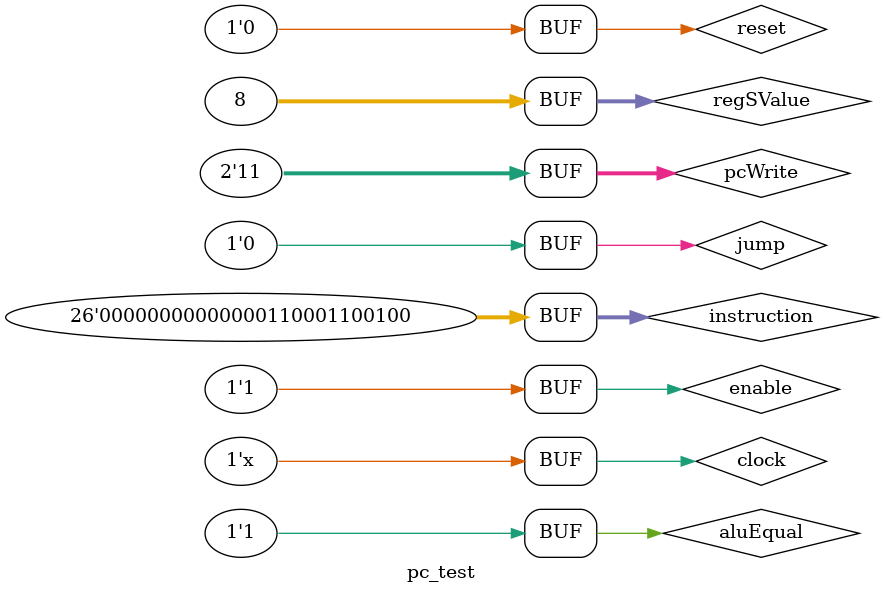
<source format=v>
`timescale 1ns / 1ps


module pc_test();
    reg [31: 0] regSValue=0;
    reg [25: 0] instruction=0;
    //reg [15: 0] immediate=0;
    reg [1: 0] pcWrite=0;
    reg aluEqual=0;
    reg reset=0;
    reg enable=1;
    reg clock=0;
    reg jump=0;
    wire [31: 0] pc;
    wire [24: 0] totalCycle;
    wire [24: 0] unconditionalJump;
    wire [24: 0] conditionalJump;
    wire [24: 0] conditionalSuccessfulJump;

    Pc testpc(.regSValue(regSValue), .instruction(instruction), //.immediate(immediate),
            .pcWrite(pcWrite), .aluEqual(aluEqual), .reset(reset), .enable(enable),
            .clock(clock), .jump(jump), .pc(pc), .totalCycle(totalCycle), .unconditionalJump(unconditionalJump),
            .conditionalJump(conditionalJump), .conditionalSuccessfulJump(conditionalSuccessfulJump)
        );

    always #5 clock = ~clock;
    initial begin
        #5 reset = 1;
        #10 reset = 0;

        // jump test
        #10 jump = 1;
        instruction = 32'h0c25;
        #10 instruction = 32'h0c64;

        // do noting test
        #10 jump = 0;
        pcWrite = 0;
        #10 pcWrite = 0;

        // jr test
        #10 pcWrite = 1;
        regSValue = 4000;
        #10
        regSValue = 8;

        // beq test
        #10 pcWrite =2;
        aluEqual = 1;
        //immediate = 10;
        //#10 immediate = -6;
        #10 aluEqual = 0;

        // bne test
        #10 pcWrite =3;
        aluEqual = 0;
        //Immediate = 10;
        //#10 immediate = -6;
        #10 aluEqual = 1;

        // enable test
        #10 enable = 0;
        #10 enable = 1;

        // reset test
        #10 reset = 1;
        #10 reset = 0;
    end
endmodule

</source>
